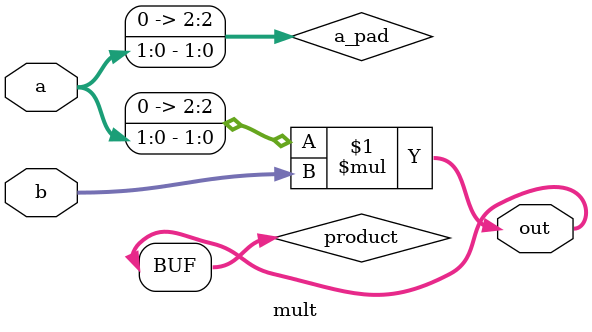
<source format=v>
module mult (out, a, b);

parameter a_bw = 2;
parameter b_bw = 4;
parameter out_bw = 6;

output signed [out_bw-1:0] out;
input signed  [a_bw-1:0] a;  // activation
input signed  [b_bw-1:0] b;  // weight
wire signed [out_bw-1:0] product;
wire signed [a_bw:0] a_pad;

assign a_pad = {1'b0, a}; // force to be unsigned number
assign product = a_pad * b;
assign out = product;

endmodule
</source>
